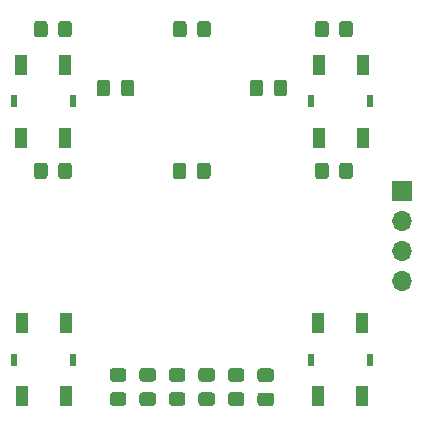
<source format=gts>
G04 #@! TF.GenerationSoftware,KiCad,Pcbnew,5.1.10-88a1d61d58~90~ubuntu20.04.1*
G04 #@! TF.CreationDate,2021-11-23T17:04:51+00:00*
G04 #@! TF.ProjectId,logic-calc,6c6f6769-632d-4636-916c-632e6b696361,rev?*
G04 #@! TF.SameCoordinates,Original*
G04 #@! TF.FileFunction,Soldermask,Top*
G04 #@! TF.FilePolarity,Negative*
%FSLAX46Y46*%
G04 Gerber Fmt 4.6, Leading zero omitted, Abs format (unit mm)*
G04 Created by KiCad (PCBNEW 5.1.10-88a1d61d58~90~ubuntu20.04.1) date 2021-11-23 17:04:51*
%MOMM*%
%LPD*%
G01*
G04 APERTURE LIST*
%ADD10O,1.700000X1.700000*%
%ADD11R,1.700000X1.700000*%
%ADD12R,0.600000X1.000000*%
%ADD13R,1.100000X1.800000*%
G04 APERTURE END LIST*
D10*
X118750000Y-55330000D03*
X118750000Y-52790000D03*
X118750000Y-50250000D03*
D11*
X118750000Y-47710000D03*
D12*
X111100000Y-40100000D03*
X116100000Y-40100000D03*
D13*
X111750000Y-37000000D03*
X115450000Y-37000000D03*
X111750000Y-43200000D03*
X115450000Y-43200000D03*
D12*
X90900000Y-40100000D03*
X85900000Y-40100000D03*
D13*
X90250000Y-43200000D03*
X86550000Y-43200000D03*
X90250000Y-37000000D03*
X86550000Y-37000000D03*
D12*
X90950000Y-62000000D03*
X85950000Y-62000000D03*
D13*
X90300000Y-65100000D03*
X86600000Y-65100000D03*
X90300000Y-58900000D03*
X86600000Y-58900000D03*
D12*
X111050000Y-62000000D03*
X116050000Y-62000000D03*
D13*
X111700000Y-58900000D03*
X115400000Y-58900000D03*
X111700000Y-65100000D03*
X115400000Y-65100000D03*
G36*
G01*
X113475000Y-46450001D02*
X113475000Y-45549999D01*
G75*
G02*
X113724999Y-45300000I249999J0D01*
G01*
X114375001Y-45300000D01*
G75*
G02*
X114625000Y-45549999I0J-249999D01*
G01*
X114625000Y-46450001D01*
G75*
G02*
X114375001Y-46700000I-249999J0D01*
G01*
X113724999Y-46700000D01*
G75*
G02*
X113475000Y-46450001I0J249999D01*
G01*
G37*
G36*
G01*
X111425000Y-46450001D02*
X111425000Y-45549999D01*
G75*
G02*
X111674999Y-45300000I249999J0D01*
G01*
X112325001Y-45300000D01*
G75*
G02*
X112575000Y-45549999I0J-249999D01*
G01*
X112575000Y-46450001D01*
G75*
G02*
X112325001Y-46700000I-249999J0D01*
G01*
X111674999Y-46700000D01*
G75*
G02*
X111425000Y-46450001I0J249999D01*
G01*
G37*
G36*
G01*
X101425000Y-46450001D02*
X101425000Y-45549999D01*
G75*
G02*
X101674999Y-45300000I249999J0D01*
G01*
X102325001Y-45300000D01*
G75*
G02*
X102575000Y-45549999I0J-249999D01*
G01*
X102575000Y-46450001D01*
G75*
G02*
X102325001Y-46700000I-249999J0D01*
G01*
X101674999Y-46700000D01*
G75*
G02*
X101425000Y-46450001I0J249999D01*
G01*
G37*
G36*
G01*
X99375000Y-46450001D02*
X99375000Y-45549999D01*
G75*
G02*
X99624999Y-45300000I249999J0D01*
G01*
X100275001Y-45300000D01*
G75*
G02*
X100525000Y-45549999I0J-249999D01*
G01*
X100525000Y-46450001D01*
G75*
G02*
X100275001Y-46700000I-249999J0D01*
G01*
X99624999Y-46700000D01*
G75*
G02*
X99375000Y-46450001I0J249999D01*
G01*
G37*
G36*
G01*
X89675000Y-46450001D02*
X89675000Y-45549999D01*
G75*
G02*
X89924999Y-45300000I249999J0D01*
G01*
X90575001Y-45300000D01*
G75*
G02*
X90825000Y-45549999I0J-249999D01*
G01*
X90825000Y-46450001D01*
G75*
G02*
X90575001Y-46700000I-249999J0D01*
G01*
X89924999Y-46700000D01*
G75*
G02*
X89675000Y-46450001I0J249999D01*
G01*
G37*
G36*
G01*
X87625000Y-46450001D02*
X87625000Y-45549999D01*
G75*
G02*
X87874999Y-45300000I249999J0D01*
G01*
X88525001Y-45300000D01*
G75*
G02*
X88775000Y-45549999I0J-249999D01*
G01*
X88775000Y-46450001D01*
G75*
G02*
X88525001Y-46700000I-249999J0D01*
G01*
X87874999Y-46700000D01*
G75*
G02*
X87625000Y-46450001I0J249999D01*
G01*
G37*
G36*
G01*
X112575000Y-33549999D02*
X112575000Y-34450001D01*
G75*
G02*
X112325001Y-34700000I-249999J0D01*
G01*
X111674999Y-34700000D01*
G75*
G02*
X111425000Y-34450001I0J249999D01*
G01*
X111425000Y-33549999D01*
G75*
G02*
X111674999Y-33300000I249999J0D01*
G01*
X112325001Y-33300000D01*
G75*
G02*
X112575000Y-33549999I0J-249999D01*
G01*
G37*
G36*
G01*
X114625000Y-33549999D02*
X114625000Y-34450001D01*
G75*
G02*
X114375001Y-34700000I-249999J0D01*
G01*
X113724999Y-34700000D01*
G75*
G02*
X113475000Y-34450001I0J249999D01*
G01*
X113475000Y-33549999D01*
G75*
G02*
X113724999Y-33300000I249999J0D01*
G01*
X114375001Y-33300000D01*
G75*
G02*
X114625000Y-33549999I0J-249999D01*
G01*
G37*
G36*
G01*
X100550000Y-33549999D02*
X100550000Y-34450001D01*
G75*
G02*
X100300001Y-34700000I-249999J0D01*
G01*
X99649999Y-34700000D01*
G75*
G02*
X99400000Y-34450001I0J249999D01*
G01*
X99400000Y-33549999D01*
G75*
G02*
X99649999Y-33300000I249999J0D01*
G01*
X100300001Y-33300000D01*
G75*
G02*
X100550000Y-33549999I0J-249999D01*
G01*
G37*
G36*
G01*
X102600000Y-33549999D02*
X102600000Y-34450001D01*
G75*
G02*
X102350001Y-34700000I-249999J0D01*
G01*
X101699999Y-34700000D01*
G75*
G02*
X101450000Y-34450001I0J249999D01*
G01*
X101450000Y-33549999D01*
G75*
G02*
X101699999Y-33300000I249999J0D01*
G01*
X102350001Y-33300000D01*
G75*
G02*
X102600000Y-33549999I0J-249999D01*
G01*
G37*
G36*
G01*
X88775000Y-33549999D02*
X88775000Y-34450001D01*
G75*
G02*
X88525001Y-34700000I-249999J0D01*
G01*
X87874999Y-34700000D01*
G75*
G02*
X87625000Y-34450001I0J249999D01*
G01*
X87625000Y-33549999D01*
G75*
G02*
X87874999Y-33300000I249999J0D01*
G01*
X88525001Y-33300000D01*
G75*
G02*
X88775000Y-33549999I0J-249999D01*
G01*
G37*
G36*
G01*
X90825000Y-33549550D02*
X90825000Y-34450450D01*
G75*
G02*
X90575450Y-34700000I-249550J0D01*
G01*
X89924550Y-34700000D01*
G75*
G02*
X89675000Y-34450450I0J249550D01*
G01*
X89675000Y-33549550D01*
G75*
G02*
X89924550Y-33300000I249550J0D01*
G01*
X90575450Y-33300000D01*
G75*
G02*
X90825000Y-33549550I0J-249550D01*
G01*
G37*
G36*
G01*
X107925000Y-39450001D02*
X107925000Y-38549999D01*
G75*
G02*
X108174999Y-38300000I249999J0D01*
G01*
X108825001Y-38300000D01*
G75*
G02*
X109075000Y-38549999I0J-249999D01*
G01*
X109075000Y-39450001D01*
G75*
G02*
X108825001Y-39700000I-249999J0D01*
G01*
X108174999Y-39700000D01*
G75*
G02*
X107925000Y-39450001I0J249999D01*
G01*
G37*
G36*
G01*
X105875000Y-39450001D02*
X105875000Y-38549999D01*
G75*
G02*
X106124999Y-38300000I249999J0D01*
G01*
X106775001Y-38300000D01*
G75*
G02*
X107025000Y-38549999I0J-249999D01*
G01*
X107025000Y-39450001D01*
G75*
G02*
X106775001Y-39700000I-249999J0D01*
G01*
X106124999Y-39700000D01*
G75*
G02*
X105875000Y-39450001I0J249999D01*
G01*
G37*
G36*
G01*
X94075000Y-38549999D02*
X94075000Y-39450001D01*
G75*
G02*
X93825001Y-39700000I-249999J0D01*
G01*
X93174999Y-39700000D01*
G75*
G02*
X92925000Y-39450001I0J249999D01*
G01*
X92925000Y-38549999D01*
G75*
G02*
X93174999Y-38300000I249999J0D01*
G01*
X93825001Y-38300000D01*
G75*
G02*
X94075000Y-38549999I0J-249999D01*
G01*
G37*
G36*
G01*
X96125000Y-38549999D02*
X96125000Y-39450001D01*
G75*
G02*
X95875001Y-39700000I-249999J0D01*
G01*
X95224999Y-39700000D01*
G75*
G02*
X94975000Y-39450001I0J249999D01*
G01*
X94975000Y-38549999D01*
G75*
G02*
X95224999Y-38300000I249999J0D01*
G01*
X95875001Y-38300000D01*
G75*
G02*
X96125000Y-38549999I0J-249999D01*
G01*
G37*
G36*
G01*
X95200001Y-63850000D02*
X94299999Y-63850000D01*
G75*
G02*
X94050000Y-63600001I0J249999D01*
G01*
X94050000Y-62949999D01*
G75*
G02*
X94299999Y-62700000I249999J0D01*
G01*
X95200001Y-62700000D01*
G75*
G02*
X95450000Y-62949999I0J-249999D01*
G01*
X95450000Y-63600001D01*
G75*
G02*
X95200001Y-63850000I-249999J0D01*
G01*
G37*
G36*
G01*
X95200001Y-65900000D02*
X94299999Y-65900000D01*
G75*
G02*
X94050000Y-65650001I0J249999D01*
G01*
X94050000Y-64999999D01*
G75*
G02*
X94299999Y-64750000I249999J0D01*
G01*
X95200001Y-64750000D01*
G75*
G02*
X95450000Y-64999999I0J-249999D01*
G01*
X95450000Y-65650001D01*
G75*
G02*
X95200001Y-65900000I-249999J0D01*
G01*
G37*
G36*
G01*
X97700001Y-63850000D02*
X96799999Y-63850000D01*
G75*
G02*
X96550000Y-63600001I0J249999D01*
G01*
X96550000Y-62949999D01*
G75*
G02*
X96799999Y-62700000I249999J0D01*
G01*
X97700001Y-62700000D01*
G75*
G02*
X97950000Y-62949999I0J-249999D01*
G01*
X97950000Y-63600001D01*
G75*
G02*
X97700001Y-63850000I-249999J0D01*
G01*
G37*
G36*
G01*
X97700001Y-65900000D02*
X96799999Y-65900000D01*
G75*
G02*
X96550000Y-65650001I0J249999D01*
G01*
X96550000Y-64999999D01*
G75*
G02*
X96799999Y-64750000I249999J0D01*
G01*
X97700001Y-64750000D01*
G75*
G02*
X97950000Y-64999999I0J-249999D01*
G01*
X97950000Y-65650001D01*
G75*
G02*
X97700001Y-65900000I-249999J0D01*
G01*
G37*
G36*
G01*
X100200001Y-63850000D02*
X99299999Y-63850000D01*
G75*
G02*
X99050000Y-63600001I0J249999D01*
G01*
X99050000Y-62949999D01*
G75*
G02*
X99299999Y-62700000I249999J0D01*
G01*
X100200001Y-62700000D01*
G75*
G02*
X100450000Y-62949999I0J-249999D01*
G01*
X100450000Y-63600001D01*
G75*
G02*
X100200001Y-63850000I-249999J0D01*
G01*
G37*
G36*
G01*
X100200001Y-65900000D02*
X99299999Y-65900000D01*
G75*
G02*
X99050000Y-65650001I0J249999D01*
G01*
X99050000Y-64999999D01*
G75*
G02*
X99299999Y-64750000I249999J0D01*
G01*
X100200001Y-64750000D01*
G75*
G02*
X100450000Y-64999999I0J-249999D01*
G01*
X100450000Y-65650001D01*
G75*
G02*
X100200001Y-65900000I-249999J0D01*
G01*
G37*
G36*
G01*
X102700001Y-63850000D02*
X101799999Y-63850000D01*
G75*
G02*
X101550000Y-63600001I0J249999D01*
G01*
X101550000Y-62949999D01*
G75*
G02*
X101799999Y-62700000I249999J0D01*
G01*
X102700001Y-62700000D01*
G75*
G02*
X102950000Y-62949999I0J-249999D01*
G01*
X102950000Y-63600001D01*
G75*
G02*
X102700001Y-63850000I-249999J0D01*
G01*
G37*
G36*
G01*
X102700001Y-65900000D02*
X101799999Y-65900000D01*
G75*
G02*
X101550000Y-65650001I0J249999D01*
G01*
X101550000Y-64999999D01*
G75*
G02*
X101799999Y-64750000I249999J0D01*
G01*
X102700001Y-64750000D01*
G75*
G02*
X102950000Y-64999999I0J-249999D01*
G01*
X102950000Y-65650001D01*
G75*
G02*
X102700001Y-65900000I-249999J0D01*
G01*
G37*
G36*
G01*
X105200001Y-63850000D02*
X104299999Y-63850000D01*
G75*
G02*
X104050000Y-63600001I0J249999D01*
G01*
X104050000Y-62949999D01*
G75*
G02*
X104299999Y-62700000I249999J0D01*
G01*
X105200001Y-62700000D01*
G75*
G02*
X105450000Y-62949999I0J-249999D01*
G01*
X105450000Y-63600001D01*
G75*
G02*
X105200001Y-63850000I-249999J0D01*
G01*
G37*
G36*
G01*
X105200001Y-65900000D02*
X104299999Y-65900000D01*
G75*
G02*
X104050000Y-65650001I0J249999D01*
G01*
X104050000Y-64999999D01*
G75*
G02*
X104299999Y-64750000I249999J0D01*
G01*
X105200001Y-64750000D01*
G75*
G02*
X105450000Y-64999999I0J-249999D01*
G01*
X105450000Y-65650001D01*
G75*
G02*
X105200001Y-65900000I-249999J0D01*
G01*
G37*
G36*
G01*
X107700001Y-63875000D02*
X106799999Y-63875000D01*
G75*
G02*
X106550000Y-63625001I0J249999D01*
G01*
X106550000Y-62974999D01*
G75*
G02*
X106799999Y-62725000I249999J0D01*
G01*
X107700001Y-62725000D01*
G75*
G02*
X107950000Y-62974999I0J-249999D01*
G01*
X107950000Y-63625001D01*
G75*
G02*
X107700001Y-63875000I-249999J0D01*
G01*
G37*
G36*
G01*
X107700001Y-65925000D02*
X106799999Y-65925000D01*
G75*
G02*
X106550000Y-65675001I0J249999D01*
G01*
X106550000Y-65024999D01*
G75*
G02*
X106799999Y-64775000I249999J0D01*
G01*
X107700001Y-64775000D01*
G75*
G02*
X107950000Y-65024999I0J-249999D01*
G01*
X107950000Y-65675001D01*
G75*
G02*
X107700001Y-65925000I-249999J0D01*
G01*
G37*
M02*

</source>
